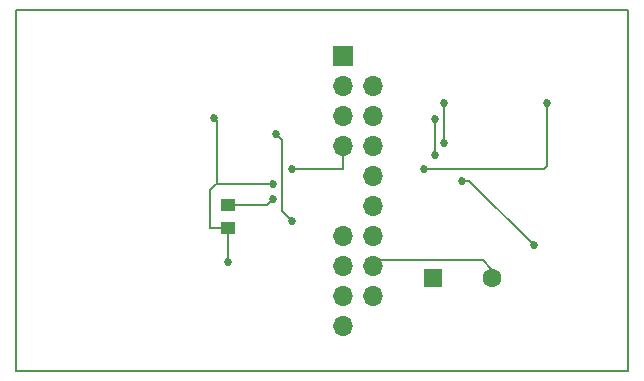
<source format=gbl>
G04 #@! TF.FileFunction,Copper,L2,Bot,Signal*
%FSLAX46Y46*%
G04 Gerber Fmt 4.6, Leading zero omitted, Abs format (unit mm)*
G04 Created by KiCad (PCBNEW 4.0.6) date 11/27/17 20:56:59*
%MOMM*%
%LPD*%
G01*
G04 APERTURE LIST*
%ADD10C,0.100000*%
%ADD11C,0.150000*%
%ADD12R,1.250000X1.000000*%
%ADD13R,1.600000X1.600000*%
%ADD14C,1.600000*%
%ADD15R,1.700000X1.700000*%
%ADD16O,1.700000X1.700000*%
%ADD17C,0.685800*%
%ADD18C,0.152400*%
G04 APERTURE END LIST*
D10*
D11*
X197866000Y-107061000D02*
X249682000Y-107061000D01*
X197866000Y-107823000D02*
X197866000Y-107061000D01*
X249682000Y-137668000D02*
X249682000Y-107061000D01*
X197866000Y-137668000D02*
X249682000Y-137668000D01*
X197866000Y-107823000D02*
X197866000Y-137668000D01*
D12*
X215773000Y-123587000D03*
X215773000Y-125587000D03*
D13*
X233172000Y-129794000D03*
D14*
X238172000Y-129794000D03*
D15*
X225552000Y-110998000D03*
D16*
X225552000Y-113538000D03*
X228092000Y-113538000D03*
X225552000Y-116078000D03*
X228092000Y-116078000D03*
X225552000Y-118618000D03*
X228092000Y-118618000D03*
X228092000Y-121158000D03*
X228092000Y-123698000D03*
X225552000Y-126238000D03*
X228092000Y-126238000D03*
X225552000Y-128778000D03*
X228092000Y-128778000D03*
X225552000Y-131318000D03*
X228092000Y-131318000D03*
X225552000Y-133858000D03*
D17*
X219583000Y-123063000D03*
X235585000Y-121539000D03*
X241681000Y-127000000D03*
X214630000Y-116205000D03*
X219583000Y-121793000D03*
X215773000Y-128397000D03*
X219837000Y-117602000D03*
X221234000Y-124968000D03*
X232410000Y-120523000D03*
X242824000Y-114935000D03*
X221234000Y-120523000D03*
X233299000Y-119380000D03*
X233299000Y-116332000D03*
X234061000Y-114935000D03*
X234061000Y-118364000D03*
D18*
X219059000Y-123587000D02*
X215773000Y-123587000D01*
X219583000Y-123063000D02*
X219059000Y-123587000D01*
X236220000Y-121539000D02*
X235585000Y-121539000D01*
X241681000Y-127000000D02*
X236220000Y-121539000D01*
X214884000Y-121793000D02*
X214884000Y-116459000D01*
X214884000Y-116459000D02*
X214630000Y-116205000D01*
X215773000Y-125587000D02*
X214233000Y-125587000D01*
X214757000Y-121793000D02*
X214884000Y-121793000D01*
X214884000Y-121793000D02*
X219583000Y-121793000D01*
X214249000Y-122301000D02*
X214757000Y-121793000D01*
X214249000Y-125571000D02*
X214249000Y-122301000D01*
X214233000Y-125587000D02*
X214249000Y-125571000D01*
X215773000Y-128397000D02*
X215773000Y-125587000D01*
X220345000Y-118110000D02*
X219837000Y-117602000D01*
X220345000Y-124079000D02*
X220345000Y-118110000D01*
X221234000Y-124968000D02*
X220345000Y-124079000D01*
X242570000Y-120523000D02*
X232410000Y-120523000D01*
X242824000Y-120269000D02*
X242570000Y-120523000D01*
X242824000Y-114935000D02*
X242824000Y-120269000D01*
X238172000Y-129794000D02*
X238172000Y-129079000D01*
X238172000Y-129079000D02*
X237363000Y-128270000D01*
X237363000Y-128270000D02*
X228600000Y-128270000D01*
X228600000Y-128270000D02*
X228092000Y-128778000D01*
X225552000Y-120523000D02*
X225552000Y-118618000D01*
X221234000Y-120523000D02*
X225552000Y-120523000D01*
X233299000Y-119380000D02*
X233299000Y-116332000D01*
X234061000Y-118364000D02*
X234061000Y-114935000D01*
M02*

</source>
